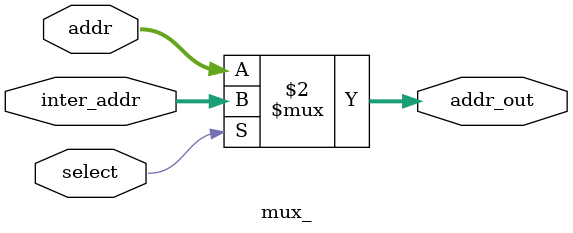
<source format=v>
`timescale 1ns / 1ps


module mux_(addr_out, select, addr, inter_addr);
input [13:0] addr;
input [13:0] inter_addr;
input select;
output [13:0] addr_out;

assign addr_out = ~select ? addr : inter_addr;

endmodule

</source>
